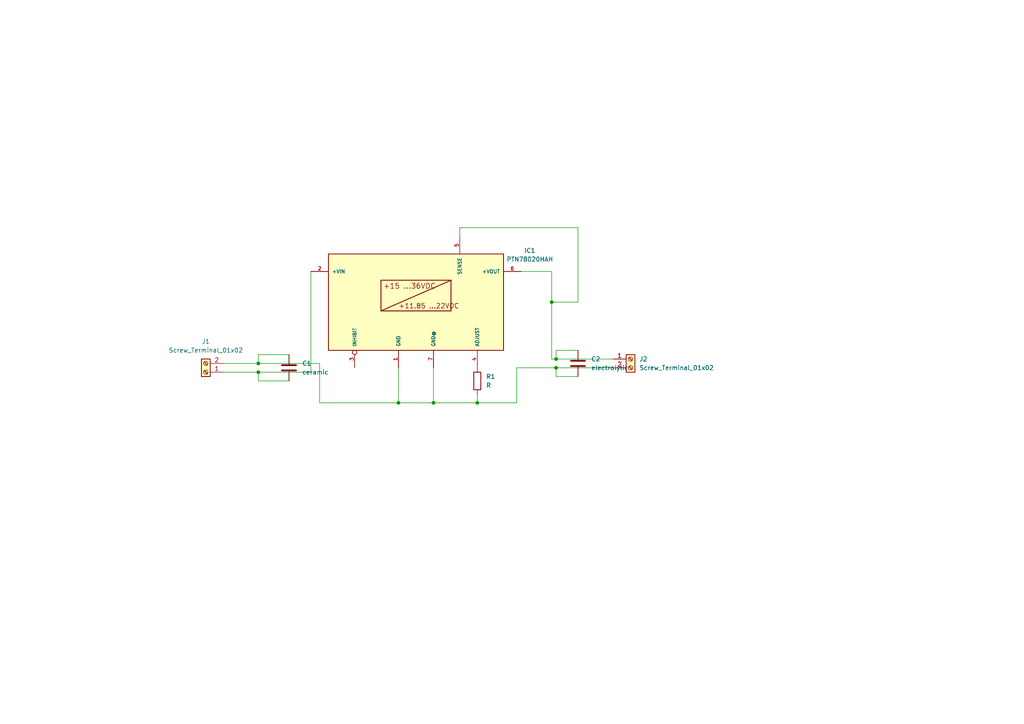
<source format=kicad_sch>
(kicad_sch (version 20250114) (generator "eeschema") (generator_version "9.0")
  (paper "A4")
  (lib_symbols
    (symbol "Connector:Screw_Terminal_01x02" (pin_names (offset 1.016) (hide yes))
      (property "Reference" "J" (at 0 2.54 0))
      (property "Value" "Screw_Terminal_01x02" (at 0 -5.08 0))
      (symbol "Screw_Terminal_01x02_1_1"
        (rectangle (start -1.27 1.27) (end 1.27 -3.81) (stroke (width 0.254)) (fill (type background)))
        (polyline (pts (xy -0.5334 0.3302) (xy 0.3302 -0.508)) (stroke (width 0.1524)))
        (polyline (pts (xy -0.5334 -2.2098) (xy 0.3302 -3.048)) (stroke (width 0.1524)))
        (polyline (pts (xy -0.3556 0.508) (xy 0.508 -0.3302)) (stroke (width 0.1524)))
        (polyline (pts (xy -0.3556 -2.032) (xy 0.508 -2.8702)) (stroke (width 0.1524)))
        (circle (center 0 0) (radius 0.635) (stroke (width 0.1524)))
        (circle (center 0 -2.54) (radius 0.635) (stroke (width 0.1524)))
        (pin passive line (at -5.08 0 0) (length 3.81) (name "Pin_1") (number "1"))
        (pin passive line (at -5.08 -2.54 0) (length 3.81) (name "Pin_2") (number "2"))
      )
    )
    (symbol "Device:C" (pin_numbers (hide yes)) (pin_names (offset 0.254))
      (property "Reference" "C" (at 0.635 2.54 0))
      (property "Value" "C" (at 0.635 -2.54 0))
      (symbol "C_0_1"
        (polyline (pts (xy -2.032 0.762) (xy 2.032 0.762)) (stroke (width 0.508)))
        (polyline (pts (xy -2.032 -0.762) (xy 2.032 -0.762)) (stroke (width 0.508)))
      )
      (symbol "C_1_1"
        (pin passive line (at 0 3.81 270) (length 2.794) (name "~") (number "1"))
        (pin passive line (at 0 -3.81 90) (length 2.794) (name "~") (number "2"))
      )
    )
    (symbol "Device:R" (pin_numbers (hide yes)) (pin_names (offset 0))
      (property "Reference" "R" (at 2.032 0 90))
      (property "Value" "R" (at 0 0 90))
      (symbol "R_0_1"
        (rectangle (start -1.016 -2.54) (end 1.016 2.54) (stroke (width 0.254)))
      )
      (symbol "R_1_1"
        (pin passive line (at 0 3.81 270) (length 1.27) (name "~") (number "1"))
        (pin passive line (at 0 -3.81 90) (length 1.27) (name "~") (number "2"))
      )
    )
    (symbol "PTN78020HAH:PTN78020HAH" (pin_names (offset 1.016))
      (property "Reference" "IC" (at -20.32 21.59 0))
      (property "Value" "PTN78020HAH" (at -20.32 19.05 0))
      (symbol "PTN78020HAH_0_0"
        (rectangle (start -25.4 -10.16) (end 25.4 17.78) (stroke (width 0.254)) (fill (type background)))
        (polyline (pts (xy -10.16 10.16) (xy 10.16 10.16)) (stroke (width 0.254)))
        (polyline (pts (xy -10.16 1.27) (xy -10.16 10.16)) (stroke (width 0.254)))
        (polyline (pts (xy -10.16 1.27) (xy 10.16 10.16)) (stroke (width 0.254)))
        (polyline (pts (xy 10.16 10.16) (xy 10.16 1.27)) (stroke (width 0.254)))
        (polyline (pts (xy 10.16 1.27) (xy -10.16 1.27)) (stroke (width 0.254)))
        (text "+15 ...36VDC" (at -9.525 7.62 0) (effects (font (size 1.5 1.5)) (justify left bottom)))
        (text "+11.85 ...22VDC" (at -5.08 1.905 0) (effects (font (size 1.4 1.4)) (justify left bottom)))
        (pin passive line (at -30.48 12.7 0) (length 5.08) (name "+VIN") (number "2"))
        (pin input inverted (at -17.78 -15.24 90) (length 5.08) (name "INHIBIT") (number "3"))
        (pin power_in line (at -5.08 -15.24 90) (length 5.08) (name "GND") (number "1"))
        (pin power_in line (at 5.08 -15.24 90) (length 5.08) (name "GND@") (number "7"))
        (pin input line (at 12.7 22.86 270) (length 5.08) (name "SENSE") (number "5"))
        (pin input line (at 17.78 -15.24 90) (length 5.08) (name "ADJUST") (number "4"))
        (pin passive line (at 30.48 12.7 180) (length 5.08) (name "+VOUT") (number "6"))
      )
    )
  )
  (junction (at 161.29 106.68))
  (junction (at 115.57 116.84))
  (junction (at 138.43 116.84))
  (junction (at 74.93 107.95))
  (junction (at 125.73 116.84))
  (junction (at 74.93 105.41))
  (junction (at 161.29 104.14))
  (junction (at 160.02 87.63))
  (wire (pts (xy 74.93 105.41) (xy 92.71 105.41)))
  (wire (pts (xy 161.29 101.6) (xy 161.29 104.14)))
  (wire (pts (xy 160.02 78.74) (xy 151.13 78.74)))
  (wire (pts (xy 74.93 102.87) (xy 74.93 105.41)))
  (wire (pts (xy 161.29 109.22) (xy 167.64 109.22)))
  (wire (pts (xy 161.29 101.6) (xy 167.64 101.6)))
  (wire (pts (xy 161.29 104.14) (xy 160.02 104.14)))
  (wire (pts (xy 125.73 106.68) (xy 125.73 116.84)))
  (wire (pts (xy 74.93 110.49) (xy 74.93 107.95)))
  (wire (pts (xy 133.35 68.58) (xy 133.35 66.04)))
  (wire (pts (xy 90.17 107.95) (xy 90.17 78.74)))
  (wire (pts (xy 83.82 110.49) (xy 74.93 110.49)))
  (wire (pts (xy 161.29 109.22) (xy 161.29 106.68)))
  (wire (pts (xy 177.8 104.14) (xy 161.29 104.14)))
  (wire (pts (xy 149.86 106.68) (xy 149.86 116.84)))
  (wire (pts (xy 138.43 114.3) (xy 138.43 116.84)))
  (wire (pts (xy 133.35 66.04) (xy 167.64 66.04)))
  (wire (pts (xy 149.86 116.84) (xy 138.43 116.84)))
  (wire (pts (xy 167.64 87.63) (xy 160.02 87.63)))
  (wire (pts (xy 74.93 107.95) (xy 90.17 107.95)))
  (wire (pts (xy 92.71 105.41) (xy 92.71 116.84)))
  (wire (pts (xy 64.77 107.95) (xy 74.93 107.95)))
  (wire (pts (xy 160.02 104.14) (xy 160.02 87.63)))
  (wire (pts (xy 92.71 116.84) (xy 115.57 116.84)))
  (wire (pts (xy 138.43 116.84) (xy 125.73 116.84)))
  (wire (pts (xy 83.82 102.87) (xy 74.93 102.87)))
  (wire (pts (xy 160.02 87.63) (xy 160.02 78.74)))
  (wire (pts (xy 177.8 106.68) (xy 161.29 106.68)))
  (wire (pts (xy 115.57 116.84) (xy 115.57 106.68)))
  (wire (pts (xy 64.77 105.41) (xy 74.93 105.41)))
  (wire (pts (xy 161.29 106.68) (xy 149.86 106.68)))
  (wire (pts (xy 125.73 116.84) (xy 115.57 116.84)))
  (wire (pts (xy 167.64 66.04) (xy 167.64 87.63)))
  (symbol (lib_id "Connector:Screw_Terminal_01x02") (at 182.88 104.14 0) (unit 1)
    (property "Reference" "J2" (at 185.42 104.1399 0) (effects (justify left)))
    (property "Value" "Screw_Terminal_01x02" (at 185.42 106.6799 0) (effects (justify left)))
    (property "Footprint" "Connector_PinHeader_2.54mm:PinHeader_1x02_P2.54mm_Horizontal" (effects (hide yes)))
    (property "Description" "Generic screw terminal, single row, 01x02, script generated (kicad-library-utils/schlib/autogen/connector/)" (effects (hide yes)))
  )
  (symbol (lib_id "Device:C") (at 83.82 106.68 0) (unit 1)
    (property "Reference" "C1" (at 87.63 105.4099 0) (effects (justify left)))
    (property "Value" "ceramic" (at 87.63 107.9499 0) (effects (justify left)))
    (property "Footprint" "Capacitor_THT:CP_Radial_D5.0mm_P2.50mm" (effects (hide yes)))
    (property "Description" "Unpolarized capacitor" (effects (hide yes)))
  )
  (symbol (lib_id "PTN78020HAH:PTN78020HAH") (at 120.65 91.44 0) (unit 1)
    (property "Reference" "IC1" (at 153.67 72.6692 0))
    (property "Value" "PTN78020HAH" (at 153.67 75.2092 0))
    (property "Footprint" "Downloads:PTN78020HAH" (effects (hide yes)))
    (property "PRODUCT" "Non-Isolated / POL" (effects (hide yes)))
    (property "MF" "Texas Instruments" (effects (hide yes)))
    (property "Description_1" "6 A, Wide Input Non-Isolated, Wide Output Adjust Module" (effects (hide yes)))
    (property "OUT-CURRENT" "6A" (effects (hide yes)))
    (property "Check_prices" "https://www.snapeda.com/parts/PTN78020HAH/Texas+Instruments/view-part/?ref=eda" (effects (hide yes)))
    (property "OPERATING-TEMPERATURE" "- 40 C to + 85 C" (effects (hide yes)))
    (property "BRAND" "Texas Instruments" (effects (hide yes)))
    (property "MOUNTING-STYLE" "Through Hole" (effects (hide yes)))
    (property "OUTPUT-VOLTAGE" "11.85 V to 22 V" (effects (hide yes)))
    (property "Availability" "In Stock" (effects (hide yes)))
    (property "Price" "None" (effects (hide yes)))
    (property "SnapEDA_Link" "https://www.snapeda.com/parts/PTN78020HAH/Texas+Instruments/view-part/?ref=snap" (effects (hide yes)))
    (property "MP" "PTN78020HAH" (effects (hide yes)))
    (property "Package" "THROUGH-HOLE MODULE-7 Texas Instruments" (effects (hide yes)))
    (property "FARNELL" "2323483" (effects (hide yes)))
    (property "TYPE" "PTN78020HAH" (effects (hide yes)))
    (property "PRODUCT-CATEGORY" "Non-Isolated DC/DC Converters" (effects (hide yes)))
    (property "NUMBER-OF-OUTPUTS" "1" (effects (hide yes)))
    (property "INPUT-VOLTAGE" "15 V to 36 V" (effects (hide yes)))
    (property "OUT-POWER" "90W" (effects (hide yes)))
    (property "MOUSER" "595-PTN78020HAH" (effects (hide yes)))
  )
  (symbol (lib_id "Device:C") (at 167.64 105.41 180) (unit 1)
    (property "Reference" "C2" (at 171.45 104.1399 0) (effects (justify right)))
    (property "Value" "electrolytic" (at 171.45 106.6799 0) (effects (justify right)))
    (property "Footprint" "Capacitor_THT:CP_Radial_D10.0mm_P5.00mm" (effects (hide yes)))
    (property "Description" "Unpolarized capacitor" (effects (hide yes)))
  )
  (symbol (lib_id "Device:R") (at 138.43 110.49 0) (unit 1)
    (property "Reference" "R1" (at 140.97 109.2199 0) (effects (justify left)))
    (property "Value" "R" (at 140.97 111.7599 0) (effects (justify left)))
    (property "Footprint" "Resistor_THT:R_Axial_DIN0309_L9.0mm_D3.2mm_P12.70mm_Horizontal" (effects (hide yes)))
    (property "Description" "Resistor" (effects (hide yes)))
  )
  (symbol (lib_id "Connector:Screw_Terminal_01x02") (at 59.69 107.95 180) (unit 1)
    (property "Reference" "J1" (at 59.69 99.06 0))
    (property "Value" "Screw_Terminal_01x02" (at 59.69 101.6 0))
    (property "Footprint" "Connector_PinHeader_2.54mm:PinHeader_1x02_P2.54mm_Horizontal" (effects (hide yes)))
    (property "Description" "Generic screw terminal, single row, 01x02, script generated (kicad-library-utils/schlib/autogen/connector/)" (effects (hide yes)))
  )
)
</source>
